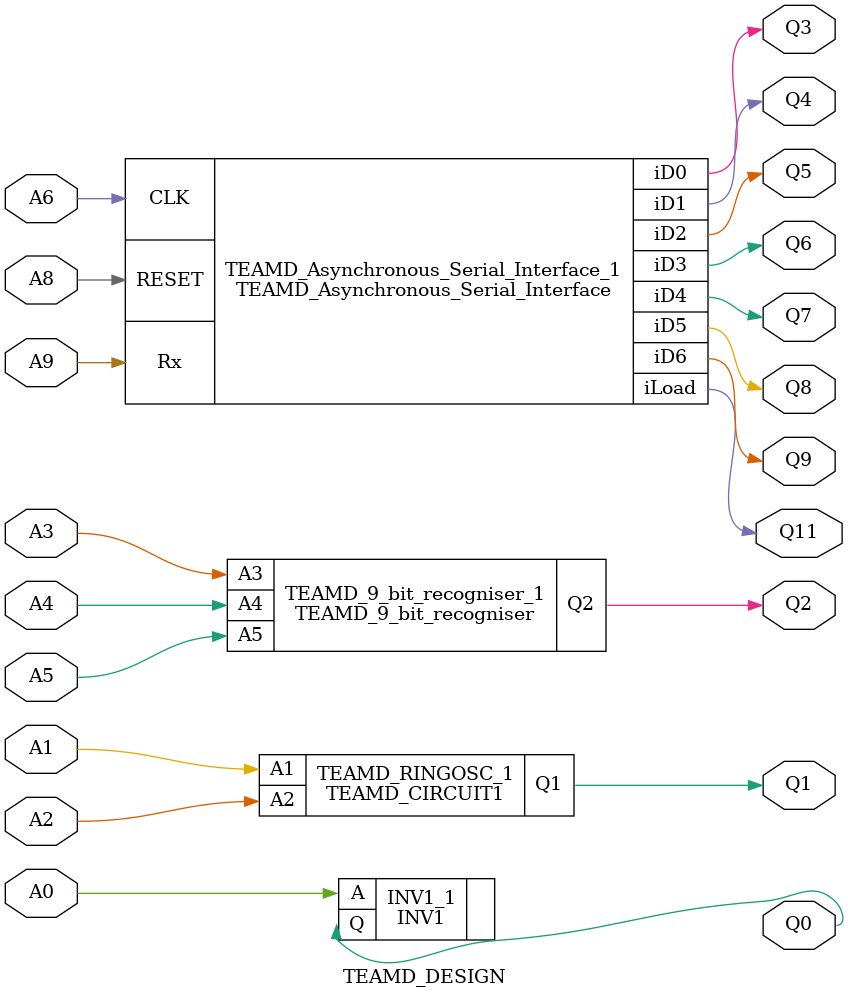
<source format=v>




module Design_Globals(
);
wire Vdd;
wire Gnd;
endmodule // Design_Globals

module TEAMD_4_bit_regesister(
	ClockSeq,
	DataIn,
	MatchAll,
	nResetSeq
);
input ClockSeq;
input DataIn;
output MatchAll;
input nResetSeq;

wire N_1;
wire N_2;
wire N_3;
wire N_4;
wire N_5;
wire N_6;
wire N_7;
wire N_8;
wire N_9;
wire N_10;
wire N_11;
wire N_12;
wire N_13;
wire N_14;
wire N_15;
wire N_16;
wire N_17;
wire N_18;
wire N_19;
wire N_20;
wire N_21;
wire N_22;
wire N_23;
wire N_24;
wire N_25;
wire N_26;
wire N_27;
wire N_28;
wire N_29;
wire N_30;
wire N_31;
wire N_32;
wire N_33;
wire N_34;

DFFR DFFR_1(
	.Clk(ClockSeq),
	.D(N_22),
	.nQ(N_24),
	.nRst(nResetSeq),
	.Q(N_5)
);
DFFR DFFR_2(
	.Clk(ClockSeq),
	.D(N_1),
	.nQ(N_25),
	.nRst(nResetSeq),
	.Q(N_4)
);
DFFR DFFR_3(
	.Clk(ClockSeq),
	.D(N_3),
	.nQ(N_26),
	.nRst(nResetSeq),
	.Q(N_30)
);
DFFR DFFR_4(
	.Clk(ClockSeq),
	.D(N_18),
	.nQ(N_27),
	.nRst(nResetSeq),
	.Q(N_32)
);
INV1 INV1_1(
	.A(N_11),
	.Q(N_1)
);
INV1 INV1_2(
	.A(N_2),
	.Q(N_6)
);
INV1 INV1_3(
	.A(N_17),
	.Q(N_3)
);
INV1 INV1_4(
	.A(DataIn),
	.Q(N_7)
);
INV1 INV1_5(
	.A(N_34),
	.Q(MatchAll)
);
NAND2 NAND2_1(
	.A(N_12),
	.B(N_9),
	.Q(N_8)
);
NAND2 NAND2_2(
	.A(N_26),
	.B(N_33),
	.Q(N_11)
);
NAND2 NAND2_3(
	.A(N_23),
	.B(N_21),
	.Q(N_14)
);
NAND2 NAND2_4(
	.A(DataIn),
	.B(N_14),
	.Q(N_17)
);
NAND3 NAND3_1(
	.A(N_5),
	.B(N_26),
	.C(DataIn),
	.Q(N_9)
);
NAND3 NAND3_2(
	.A(N_24),
	.B(N_30),
	.C(N_7),
	.Q(N_12)
);
NAND3 NAND3_3(
	.A(N_8),
	.B(N_25),
	.C(N_32),
	.Q(N_15)
);
NAND3 NAND3_4(
	.A(N_13),
	.B(N_10),
	.C(N_15),
	.Q(N_18)
);
NAND3 NAND3_5(
	.A(N_27),
	.B(N_5),
	.C(N_26),
	.Q(N_20)
);
NAND3 NAND3_6(
	.A(N_20),
	.B(N_19),
	.C(N_16),
	.Q(N_22)
);
NAND3 NAND3_7(
	.A(N_24),
	.B(N_4),
	.C(DataIn),
	.Q(N_31)
);
NAND3 NAND3_8(
	.A(N_5),
	.B(N_4),
	.C(N_7),
	.Q(N_29)
);
NAND3 NAND3_9(
	.A(N_32),
	.B(N_5),
	.C(N_7),
	.Q(N_28)
);
NAND3 NAND3_10(
	.A(N_28),
	.B(N_29),
	.C(N_31),
	.Q(N_33)
);
NAND3 NAND3_11(
	.A(DataIn),
	.B(N_30),
	.C(N_32),
	.Q(N_34)
);
NAND4 NAND4_1(
	.A(N_27),
	.B(N_24),
	.C(DataIn),
	.D(N_6),
	.Q(N_10)
);
NAND4 NAND4_2(
	.A(N_27),
	.B(N_5),
	.C(N_26),
	.D(N_7),
	.Q(N_13)
);
NAND4 NAND4_3(
	.A(N_32),
	.B(N_24),
	.C(N_26),
	.D(DataIn),
	.Q(N_16)
);
NAND4 NAND4_4(
	.A(N_32),
	.B(N_24),
	.C(N_25),
	.D(N_30),
	.Q(N_19)
);
NAND4 NAND4_5(
	.A(N_26),
	.B(N_4),
	.C(N_5),
	.D(N_32),
	.Q(N_21)
);
NAND4 NAND4_6(
	.A(N_30),
	.B(N_25),
	.C(N_24),
	.D(N_27),
	.Q(N_23)
);
NOR2 NOR2_1(
	.A(N_26),
	.B(N_25),
	.Q(N_2)
);
endmodule // TEAMD_4_bit_regesister


module TEAMD_9_bit_recogniser(
	A3,
	A4,
	A5,
	Q2
);
input A3;
input A4;
input A5;
output Q2;

TEAMD_4_bit_regesister TEAMD_4_bit_regesister_1(
	.ClockSeq(A3),
	.DataIn(A5),
	.MatchAll(Q2),
	.nResetSeq(A4)
);
endmodule // TEAMD_9_bit_recogniser


module TEAMD_CIRCUIT1(
	A1,
	A2,
	Q1
);
input A1;
input A2;
output Q1;

wire N_1;
wire N_2;
wire N_3;
wire N_4;
wire N_5;
wire N_6;
wire N_7;
wire N_8;
wire N_9;
wire N_10;
wire N_11;
wire N_12;
wire N_13;
wire N_14;
wire N_15;
wire N_16;
wire N_17;
wire N_18;
wire N_19;
wire N_20;
wire N_21;
wire N_22;
wire N_23;
wire N_24;
wire N_25;
wire N_26;
wire N_27;
wire N_28;
wire N_29;
wire N_30;
wire N_31;
wire N_32;
wire N_33;
wire N_34;
wire N_35;
wire N_36;
wire N_37;
wire N_38;
wire N_39;
wire N_40;
wire N_41;
wire N_42;
wire N_43;
wire N_44;

DFFR DFFR_2(
	.Clk(N_37),
	.D(N_38),
	.nQ(N_38),
	.nRst(A1),
	.Q(N_5)
);
DFFR DFFR_10(
	.Clk(N_38),
	.D(N_39),
	.nQ(N_39),
	.nRst(A1),
	.Q(N_14)
);
DFFR DFFR_11(
	.Clk(N_39),
	.D(N_40),
	.nQ(N_40),
	.nRst(A1),
	.Q(N_17)
);
DFFR DFFR_12(
	.Clk(N_40),
	.D(N_41),
	.nQ(N_41),
	.nRst(A1),
	.Q(N_20)
);
DFFR DFFR_13(
	.Clk(N_41),
	.D(N_42),
	.nQ(N_42),
	.nRst(A1),
	.Q(N_23)
);
DFFR DFFR_14(
	.Clk(N_42),
	.D(N_43),
	.nQ(N_43),
	.nRst(A1),
	.Q(N_26)
);
DFFR DFFR_15(
	.Clk(N_43),
	.D(N_44),
	.nQ(N_44),
	.nRst(A1),
	.Q(N_29)
);
DFFR DFFR_16(
	.Clk(N_44),
	.D(N_36),
	.nQ(N_36),
	.nRst(A1),
	.Q(Q1)
);
INV1 INV1_1(
	.A(N_3),
	.Q(N_2)
);
INV1 INV1_2(
	.A(N_2),
	.Q(N_4)
);
INV1 INV1_3(
	.A(N_4),
	.Q(N_6)
);
INV1 INV1_4(
	.A(N_6),
	.Q(N_7)
);
INV1 INV1_5(
	.A(N_7),
	.Q(N_8)
);
INV1 INV1_6(
	.A(N_8),
	.Q(N_9)
);
INV1 INV1_7(
	.A(N_9),
	.Q(N_10)
);
INV1 INV1_8(
	.A(N_10),
	.Q(N_11)
);
INV1 INV1_9(
	.A(N_11),
	.Q(N_12)
);
INV1 INV1_10(
	.A(N_12),
	.Q(N_13)
);
INV1 INV1_11(
	.A(N_13),
	.Q(N_16)
);
INV1 INV1_12(
	.A(N_16),
	.Q(N_19)
);
INV1 INV1_13(
	.A(N_19),
	.Q(N_22)
);
INV1 INV1_14(
	.A(N_22),
	.Q(N_25)
);
INV1 INV1_15(
	.A(N_25),
	.Q(N_28)
);
INV1 INV1_16(
	.A(N_28),
	.Q(N_31)
);
INV1 INV1_17(
	.A(N_31),
	.Q(N_33)
);
INV1 INV1_18(
	.A(N_33),
	.Q(N_34)
);
INV1 INV1_19(
	.A(N_34),
	.Q(N_35)
);
INV1 INV1_20(
	.A(N_35),
	.Q(N_15)
);
INV1 INV1_21(
	.A(N_15),
	.Q(N_18)
);
INV1 INV1_22(
	.A(N_18),
	.Q(N_21)
);
INV1 INV1_23(
	.A(N_21),
	.Q(N_24)
);
INV1 INV1_24(
	.A(N_24),
	.Q(N_27)
);
INV1 INV1_25(
	.A(N_27),
	.Q(N_30)
);
INV1 INV1_26(
	.A(N_30),
	.Q(N_32)
);
INV1 INV1_27(
	.A(N_32),
	.Q(N_37)
);
MUX2 MUX2_1(
	.A(N_1),
	.B(N_37),
	.Q(N_3),
	.S(A2)
);
TIE1 TIE1_1(
	.Q(N_1)
);
endmodule // TEAMD_CIRCUIT1


module VoltageSource(
	Neg,
	Pos
);
inout Neg;
inout Pos;
parameter ROUND=0;
parameter Period=2e-07;
parameter VLow=0;
parameter Delay=0;
parameter VHigh=5;
parameter FallTime=5e-09;
parameter RiseTime=5e-09;
parameter PulseWidth=9.5e-08;
endmodule // VoltageSource


module TEAMD_Asynchronous_Serial_Interface(
	CLK,
	iD0,
	iD1,
	iD2,
	iD3,
	iD4,
	iD5,
	iD6,
	iLoad,
	RESET,
	Rx
);
input CLK;
output iD0;
output iD1;
output iD2;
output iD3;
output iD4;
output iD5;
output iD6;
output iLoad;
input RESET;
input Rx;

wire N_1;
wire N_2;
wire N_3;
wire N_4;
wire N_5;
wire N_6;
wire N_7;

DFFR DFFR_1(
	.Clk(CLK),
	.D(Rx),
	.nQ(N_1),
	.nRst(RESET),
	.Q(iD6)
);
DFFR DFFR_2(
	.Clk(CLK),
	.D(iD6),
	.nQ(N_2),
	.nRst(RESET),
	.Q(iD5)
);
DFFR DFFR_3(
	.Clk(CLK),
	.D(iD5),
	.nQ(N_3),
	.nRst(RESET),
	.Q(iD4)
);
DFFR DFFR_4(
	.Clk(CLK),
	.D(iD4),
	.nQ(N_4),
	.nRst(RESET),
	.Q(iD3)
);
DFFR DFFR_5(
	.Clk(CLK),
	.D(iD3),
	.nQ(N_5),
	.nRst(RESET),
	.Q(iD2)
);
DFFR DFFR_6(
	.Clk(CLK),
	.D(iD2),
	.nQ(N_6),
	.nRst(RESET),
	.Q(iD1)
);
DFFR DFFR_7(
	.Clk(CLK),
	.D(iD1),
	.nQ(N_7),
	.nRst(RESET),
	.Q(iD0)
);
VoltageSource #(
	.FallTime(0),
	.Period(0.000104167),
	.RiseTime(0),
	.VHigh(1.2),
	.PulseWidth(5.20833e-05)) V2(
	.Neg(Design_Globals.Gnd),
	.Pos(CLK)
);
endmodule // TEAMD_Asynchronous_Serial_Interface


module TEAMD_DESIGN(
	A0,
	A1,
	A2,
	A3,
	A4,
	A5,
	A6,
	A8,
	A9,
	Q0,
	Q1,
	Q2,
	Q3,
	Q4,
	Q5,
	Q6,
	Q7,
	Q8,
	Q9,
	Q11
);
input A0;
input A1;
input A2;
input A3;
input A4;
input A5;
input A6;
input A8;
input A9;
output Q0;
output Q1;
output Q2;
output Q3;
output Q4;
output Q5;
output Q6;
output Q7;
output Q8;
output Q9;
output Q11;

INV1 INV1_1(
	.A(A0),
	.Q(Q0)
);
TEAMD_9_bit_recogniser TEAMD_9_bit_recogniser_1(
	.A3(A3),
	.A4(A4),
	.A5(A5),
	.Q2(Q2)
);
TEAMD_Asynchronous_Serial_Interface TEAMD_Asynchronous_Serial_Interface_1(
	.CLK(A6),
	.iD0(Q3),
	.iD1(Q4),
	.iD2(Q5),
	.iD3(Q6),
	.iD4(Q7),
	.iD5(Q8),
	.iD6(Q9),
	.iLoad(Q11),
	.RESET(A8),
	.Rx(A9)
);
TEAMD_CIRCUIT1 TEAMD_RINGOSC_1(
	.A1(A1),
	.A2(A2),
	.Q1(Q1)
);
endmodule // TEAMD_DESIGN


</source>
